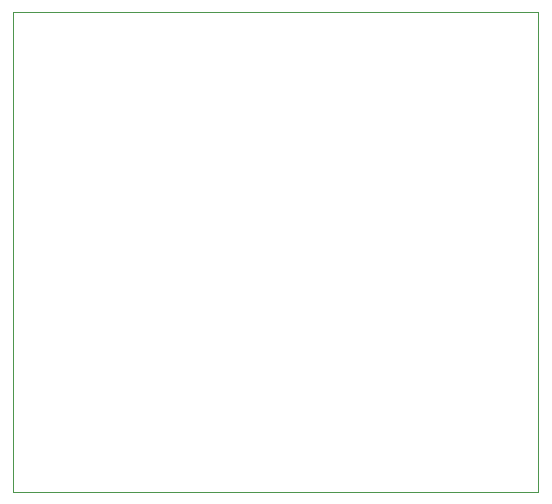
<source format=gbr>
%TF.GenerationSoftware,KiCad,Pcbnew,9.0.1*%
%TF.CreationDate,2025-07-09T09:57:16-04:00*%
%TF.ProjectId,STM32WL33K8V6,53544d33-3257-44c3-9333-4b3856362e6b,rev?*%
%TF.SameCoordinates,Original*%
%TF.FileFunction,Profile,NP*%
%FSLAX46Y46*%
G04 Gerber Fmt 4.6, Leading zero omitted, Abs format (unit mm)*
G04 Created by KiCad (PCBNEW 9.0.1) date 2025-07-09 09:57:16*
%MOMM*%
%LPD*%
G01*
G04 APERTURE LIST*
%TA.AperFunction,Profile*%
%ADD10C,0.050000*%
%TD*%
G04 APERTURE END LIST*
D10*
X119380000Y-71120000D02*
X163830000Y-71120000D01*
X163830000Y-111760000D01*
X119380000Y-111760000D01*
X119380000Y-71120000D01*
M02*

</source>
